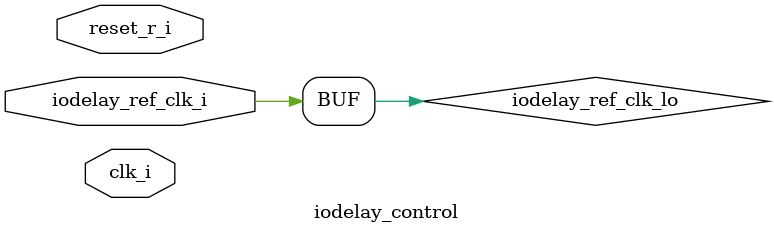
<source format=sv>
`include "bp_zynq_pl.vh"

module iodelay_control(
    input logic clk_i
  , input logic reset_r_i
  , input logic iodelay_ref_clk_i
);

`ifdef FPGA
    (* ASYNC_REG = "TRUE", SHREG_EXTRACT = "NO" *)
    logic [3:0] reset_iodelay_sync_r;

    BUFG iodelay_ref_clk_bufg(
        .I(iodelay_ref_clk_i)
       ,.O(iodelay_ref_clk_lo)
    );
`else
    logic [3:0] reset_iodelay_sync_r;
    assign iodelay_ref_clk_lo = iodelay_ref_clk_i;
`endif

    logic       reset_iodelay_li;

    // reset sync logic for iodelay control
    always @(posedge iodelay_ref_clk_lo or posedge reset_r_i) begin
        if(reset_r_i)
            reset_iodelay_sync_r <= '1;
        else
            reset_iodelay_sync_r <= {1'b0, reset_iodelay_sync_r[3:1]};
    end
    assign reset_iodelay_li = reset_iodelay_sync_r[0];

    logic reset_iodelay_hold_r;
    logic [3:0] reset_iodelay_hold_cnt_r;
    wire down_li = (reset_iodelay_hold_cnt_r != '0);
    bsg_counter_set_down #(
        .width_p(4)
       ,.init_val_p(4'b1111) // hold high for more than 60ns
        ) reset_iodelay_hold_cnt_reg (
        .clk_i(iodelay_ref_clk_lo)
       ,.reset_i(reset_iodelay_li)
       ,.set_i(1'b0) /* UNUSED */
       ,.val_i('0) /* UNUSED */
       ,.down_i(down_li)
       ,.count_r_o(reset_iodelay_hold_cnt_r)
        );

    wire data_li = (reset_iodelay_hold_cnt_r != '0);
    bsg_dff_reset #(
        .width_p(1)
       ,.reset_val_p(1'b1)
        ) reset_iodelay_hold_reg (
        .clk_i(iodelay_ref_clk_lo)
       ,.reset_i(reset_iodelay_li)
       ,.data_i(data_li)
       ,.data_o(reset_iodelay_hold_r)
        );

`ifdef FPGA
    IDELAYCTRL idelayctrl_inst (
        .RDY(/* UNUSED */)
        ,.REFCLK(iodelay_ref_clk_lo)
        ,.RST(reset_iodelay_hold_r) // active-high reset
    );

`endif
endmodule

</source>
